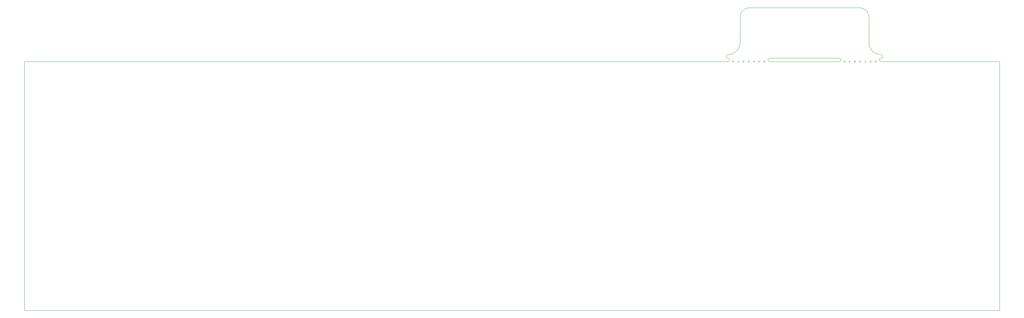
<source format=gbr>
%TF.GenerationSoftware,KiCad,Pcbnew,(6.0.7)*%
%TF.CreationDate,2023-02-26T17:44:05-06:00*%
%TF.ProjectId,Vsense,5673656e-7365-42e6-9b69-6361645f7063,rev?*%
%TF.SameCoordinates,Original*%
%TF.FileFunction,Profile,NP*%
%FSLAX46Y46*%
G04 Gerber Fmt 4.6, Leading zero omitted, Abs format (unit mm)*
G04 Created by KiCad (PCBNEW (6.0.7)) date 2023-02-26 17:44:05*
%MOMM*%
%LPD*%
G01*
G04 APERTURE LIST*
%TA.AperFunction,Profile*%
%ADD10C,0.100000*%
%TD*%
G04 APERTURE END LIST*
D10*
X278200000Y-83500000D02*
G75*
G03*
X275450000Y-86250000I0J-2750000D01*
G01*
X70000000Y-170500000D02*
X350000000Y-170500000D01*
X315950000Y-99000000D02*
X350000000Y-99000000D01*
X275150000Y-99000000D02*
G75*
G03*
X275150000Y-99000000I-200000J0D01*
G01*
X273650000Y-99000000D02*
G75*
G03*
X273650000Y-99000000I-200000J0D01*
G01*
X350000000Y-99000000D02*
X350000000Y-170500000D01*
X276656155Y-99000000D02*
G75*
G03*
X276656155Y-99000000I-206155J0D01*
G01*
X275450000Y-86250000D02*
X275450000Y-93500000D01*
X315950000Y-98000000D02*
G75*
G03*
X315950000Y-99000000I0J-500000D01*
G01*
X307150000Y-99000000D02*
G75*
G03*
X307150000Y-99000000I-200000J0D01*
G01*
X70000000Y-170500000D02*
X70000000Y-99000000D01*
X278200000Y-83500000D02*
X309700000Y-83500000D01*
X312450000Y-93500000D02*
G75*
G03*
X315950000Y-97000000I3500000J0D01*
G01*
X312450000Y-86125000D02*
X312450000Y-93500000D01*
X279650000Y-99000000D02*
G75*
G03*
X279650000Y-99000000I-200000J0D01*
G01*
X283950000Y-99000000D02*
X303950000Y-99000000D01*
X303950000Y-99000000D02*
G75*
G03*
X303950000Y-98000000I0J500000D01*
G01*
X70000000Y-99000000D02*
X271950000Y-99000000D01*
X315950000Y-98000000D02*
G75*
G03*
X315950000Y-97000000I0J500000D01*
G01*
X313150000Y-99000000D02*
G75*
G03*
X313150000Y-99000000I-200000J0D01*
G01*
X305650000Y-99000000D02*
G75*
G03*
X305650000Y-99000000I-200000J0D01*
G01*
X271950000Y-99000000D02*
G75*
G03*
X271950000Y-98000000I0J500000D01*
G01*
X312450023Y-86124999D02*
G75*
G03*
X309700000Y-83500000I-2750023J-128001D01*
G01*
X271950000Y-97000000D02*
G75*
G03*
X271950000Y-98000000I0J-500000D01*
G01*
X278150000Y-99000000D02*
G75*
G03*
X278150000Y-99000000I-200000J0D01*
G01*
X271950000Y-97000000D02*
G75*
G03*
X275450000Y-93500000I0J3500000D01*
G01*
X311650000Y-99000000D02*
G75*
G03*
X311650000Y-99000000I-200000J0D01*
G01*
X308650000Y-99000000D02*
G75*
G03*
X308650000Y-99000000I-200000J0D01*
G01*
X281150000Y-99000000D02*
G75*
G03*
X281150000Y-99000000I-200000J0D01*
G01*
X282650000Y-99000000D02*
G75*
G03*
X282650000Y-99000000I-200000J0D01*
G01*
X283950000Y-98000000D02*
X303950000Y-98000000D01*
X314650000Y-99000000D02*
G75*
G03*
X314650000Y-99000000I-200000J0D01*
G01*
X283950000Y-98000000D02*
G75*
G03*
X283950000Y-99000000I0J-500000D01*
G01*
X310150000Y-99000000D02*
G75*
G03*
X310150000Y-99000000I-200000J0D01*
G01*
M02*

</source>
